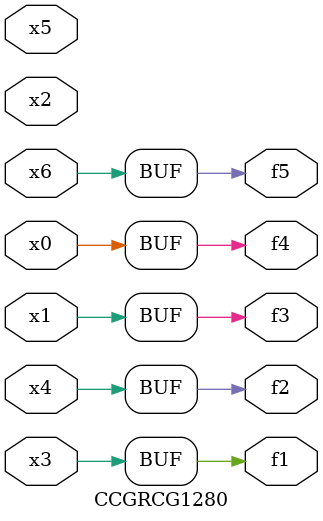
<source format=v>
module CCGRCG1280(
	input x0, x1, x2, x3, x4, x5, x6,
	output f1, f2, f3, f4, f5
);
	assign f1 = x3;
	assign f2 = x4;
	assign f3 = x1;
	assign f4 = x0;
	assign f5 = x6;
endmodule

</source>
